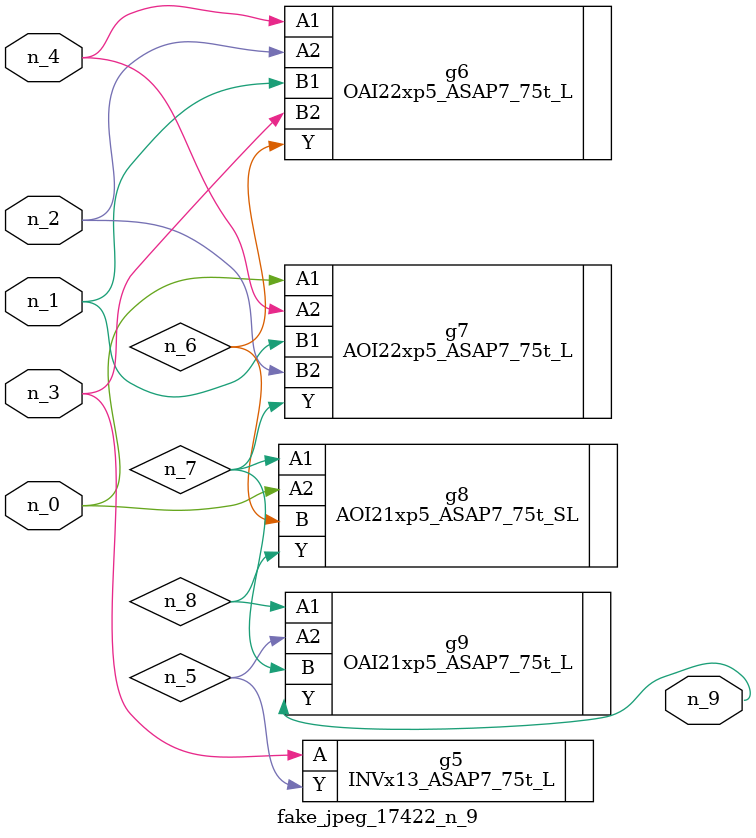
<source format=v>
module fake_jpeg_17422_n_9 (n_3, n_2, n_1, n_0, n_4, n_9);

input n_3;
input n_2;
input n_1;
input n_0;
input n_4;

output n_9;

wire n_8;
wire n_6;
wire n_5;
wire n_7;

INVx13_ASAP7_75t_L g5 ( 
.A(n_3),
.Y(n_5)
);

OAI22xp5_ASAP7_75t_L g6 ( 
.A1(n_4),
.A2(n_2),
.B1(n_1),
.B2(n_3),
.Y(n_6)
);

AOI22xp5_ASAP7_75t_L g7 ( 
.A1(n_0),
.A2(n_4),
.B1(n_1),
.B2(n_2),
.Y(n_7)
);

AOI21xp5_ASAP7_75t_SL g8 ( 
.A1(n_7),
.A2(n_0),
.B(n_6),
.Y(n_8)
);

OAI21xp5_ASAP7_75t_L g9 ( 
.A1(n_8),
.A2(n_5),
.B(n_7),
.Y(n_9)
);


endmodule
</source>
